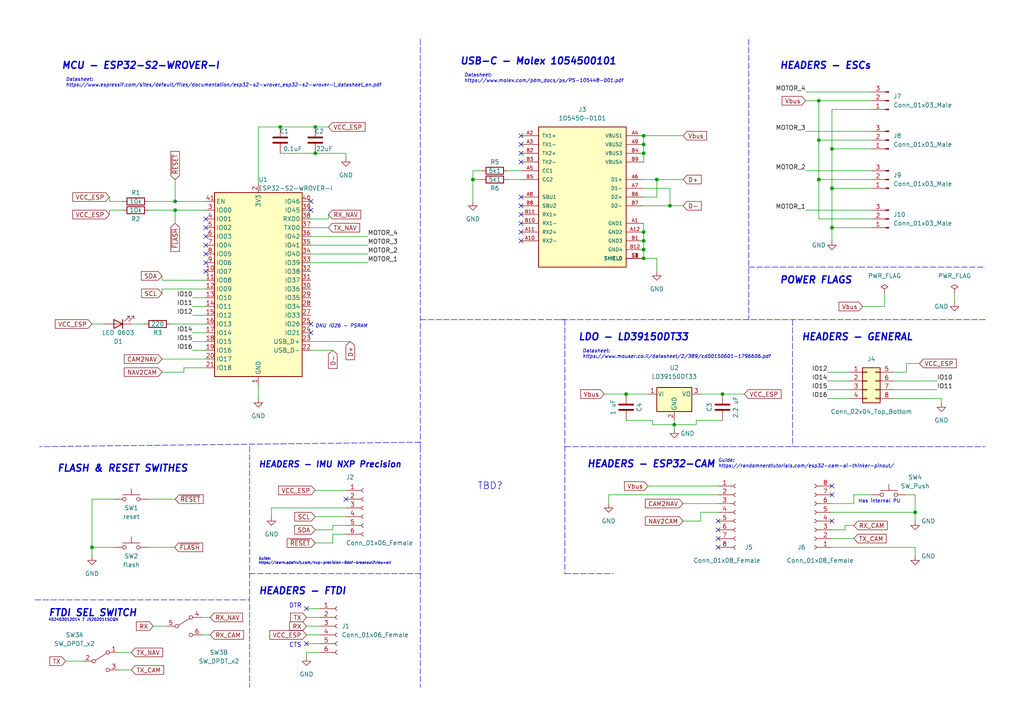
<source format=kicad_sch>
(kicad_sch (version 20211123) (generator eeschema)
  (paper "A4")
  (title_block (title "ReyaFC") (date "2022-03-24") (rev "Mk-I") (company "Nadav Ram"))
  (lib_symbols
    (symbol "105450-0101:105450-0101" (pin_names (offset 1.016))
      (property "Reference" "J" (at -12.7254 20.8534 0))
      (property "Value" "105450-0101" (at -12.7254 -22.9108 0))
      (symbol "105450-0101_0_0"
        (rectangle (start -12.7 -20.32) (end 12.7 20.32) (stroke (width 0.254)) (fill (type background)))
        (pin passive line (at 17.78 -7.62 180) (length 5.08) (name "GND1") (number "A1"))
        (pin passive line (at -17.78 -12.7 0) (length 5.08) (name "RX2-") (number "A10"))
        (pin passive line (at -17.78 -10.16 0) (length 5.08) (name "RX2+") (number "A11"))
        (pin passive line (at 17.78 -10.16 180) (length 5.08) (name "GND2") (number "A12"))
        (pin passive line (at -17.78 17.78 0) (length 5.08) (name "TX1+") (number "A2"))
        (pin passive line (at -17.78 15.24 0) (length 5.08) (name "TX1-") (number "A3"))
        (pin passive line (at 17.78 17.78 180) (length 5.08) (name "VBUS1") (number "A4"))
        (pin passive line (at -17.78 7.62 0) (length 5.08) (name "CC1") (number "A5"))
        (pin passive line (at 17.78 5.08 180) (length 5.08) (name "D1+") (number "A6"))
        (pin passive line (at 17.78 2.54 180) (length 5.08) (name "D1-") (number "A7"))
        (pin passive line (at -17.78 0 0) (length 5.08) (name "SBU1") (number "A8"))
        (pin passive line (at 17.78 15.24 180) (length 5.08) (name "VBUS2") (number "A9"))
        (pin passive line (at 17.78 -12.7 180) (length 5.08) (name "GND3") (number "B1"))
        (pin passive line (at -17.78 -7.62 0) (length 5.08) (name "RX1-") (number "B10"))
        (pin passive line (at -17.78 -5.08 0) (length 5.08) (name "RX1+") (number "B11"))
        (pin passive line (at 17.78 -15.24 180) (length 5.08) (name "GND4") (number "B12"))
        (pin passive line (at -17.78 12.7 0) (length 5.08) (name "TX2+") (number "B2"))
        (pin passive line (at -17.78 10.16 0) (length 5.08) (name "TX2-") (number "B3"))
        (pin passive line (at 17.78 12.7 180) (length 5.08) (name "VBUS3") (number "B4"))
        (pin passive line (at -17.78 5.08 0) (length 5.08) (name "CC2") (number "B5"))
        (pin passive line (at 17.78 0 180) (length 5.08) (name "D2+") (number "B6"))
        (pin passive line (at 17.78 -2.54 180) (length 5.08) (name "D2-") (number "B7"))
        (pin passive line (at -17.78 -2.54 0) (length 5.08) (name "SBU2") (number "B8"))
        (pin passive line (at 17.78 10.16 180) (length 5.08) (name "VBUS4") (number "B9"))
        (pin passive line (at 17.78 -17.78 180) (length 5.08) (name "SHIELD") (number "S1"))
        (pin passive line (at 17.78 -17.78 180) (length 5.08) (name "SHIELD") (number "S2"))
        (pin passive line (at 17.78 -17.78 180) (length 5.08) (name "SHIELD") (number "S3"))
        (pin passive line (at 17.78 -17.78 180) (length 5.08) (name "SHIELD") (number "S4"))
      )
    )
    (symbol "Connector:Conn_01x03_Male" (pin_names (offset 1.016) hide)
      (property "Reference" "J" (at 0 5.08 0))
      (property "Value" "Conn_01x03_Male" (at 0 -5.08 0))
      (symbol "Conn_01x03_Male_1_1"
        (polyline (pts (xy 1.27 -2.54) (xy 0.8636 -2.54)) (stroke (width 0.1524)))
        (polyline (pts (xy 1.27 0) (xy 0.8636 0)) (stroke (width 0.1524)))
        (polyline (pts (xy 1.27 2.54) (xy 0.8636 2.54)) (stroke (width 0.1524)))
        (rectangle (start 0.8636 -2.413) (end 0 -2.667) (stroke (width 0.1524)) (fill (type outline)))
        (rectangle (start 0.8636 0.127) (end 0 -0.127) (stroke (width 0.1524)) (fill (type outline)))
        (rectangle (start 0.8636 2.667) (end 0 2.413) (stroke (width 0.1524)) (fill (type outline)))
        (pin passive line (at 5.08 2.54 180) (length 3.81) (name "Pin_1") (number "1"))
        (pin passive line (at 5.08 0 180) (length 3.81) (name "Pin_2") (number "2"))
        (pin passive line (at 5.08 -2.54 180) (length 3.81) (name "Pin_3") (number "3"))
      )
    )
    (symbol "Connector:Conn_01x06_Female" (pin_names (offset 1.016) hide)
      (property "Reference" "J" (at 0 7.62 0))
      (property "Value" "Conn_01x06_Female" (at 0 -10.16 0))
      (symbol "Conn_01x06_Female_1_1"
        (arc (start 0 -7.112) (mid -0.508 -7.62) (end 0 -8.128) (stroke (width 0.1524)))
        (arc (start 0 -4.572) (mid -0.508 -5.08) (end 0 -5.588) (stroke (width 0.1524)))
        (arc (start 0 -2.032) (mid -0.508 -2.54) (end 0 -3.048) (stroke (width 0.1524)))
        (polyline (pts (xy -1.27 -7.62) (xy -0.508 -7.62)) (stroke (width 0.1524)))
        (polyline (pts (xy -1.27 -5.08) (xy -0.508 -5.08)) (stroke (width 0.1524)))
        (polyline (pts (xy -1.27 -2.54) (xy -0.508 -2.54)) (stroke (width 0.1524)))
        (polyline (pts (xy -1.27 0) (xy -0.508 0)) (stroke (width 0.1524)))
        (polyline (pts (xy -1.27 2.54) (xy -0.508 2.54)) (stroke (width 0.1524)))
        (polyline (pts (xy -1.27 5.08) (xy -0.508 5.08)) (stroke (width 0.1524)))
        (arc (start 0 0.508) (mid -0.508 0) (end 0 -0.508) (stroke (width 0.1524)))
        (arc (start 0 3.048) (mid -0.508 2.54) (end 0 2.032) (stroke (width 0.1524)))
        (arc (start 0 5.588) (mid -0.508 5.08) (end 0 4.572) (stroke (width 0.1524)))
        (pin passive line (at -5.08 5.08 0) (length 3.81) (name "Pin_1") (number "1"))
        (pin passive line (at -5.08 2.54 0) (length 3.81) (name "Pin_2") (number "2"))
        (pin passive line (at -5.08 0 0) (length 3.81) (name "Pin_3") (number "3"))
        (pin passive line (at -5.08 -2.54 0) (length 3.81) (name "Pin_4") (number "4"))
        (pin passive line (at -5.08 -5.08 0) (length 3.81) (name "Pin_5") (number "5"))
        (pin passive line (at -5.08 -7.62 0) (length 3.81) (name "Pin_6") (number "6"))
      )
    )
    (symbol "Connector:Conn_01x08_Female" (pin_names (offset 1.016) hide)
      (property "Reference" "J" (at 0 10.16 0))
      (property "Value" "Conn_01x08_Female" (at 0 -12.7 0))
      (symbol "Conn_01x08_Female_1_1"
        (arc (start 0 -9.652) (mid -0.508 -10.16) (end 0 -10.668) (stroke (width 0.1524)))
        (arc (start 0 -7.112) (mid -0.508 -7.62) (end 0 -8.128) (stroke (width 0.1524)))
        (arc (start 0 -4.572) (mid -0.508 -5.08) (end 0 -5.588) (stroke (width 0.1524)))
        (arc (start 0 -2.032) (mid -0.508 -2.54) (end 0 -3.048) (stroke (width 0.1524)))
        (polyline (pts (xy -1.27 -10.16) (xy -0.508 -10.16)) (stroke (width 0.1524)))
        (polyline (pts (xy -1.27 -7.62) (xy -0.508 -7.62)) (stroke (width 0.1524)))
        (polyline (pts (xy -1.27 -5.08) (xy -0.508 -5.08)) (stroke (width 0.1524)))
        (polyline (pts (xy -1.27 -2.54) (xy -0.508 -2.54)) (stroke (width 0.1524)))
        (polyline (pts (xy -1.27 0) (xy -0.508 0)) (stroke (width 0.1524)))
        (polyline (pts (xy -1.27 2.54) (xy -0.508 2.54)) (stroke (width 0.1524)))
        (polyline (pts (xy -1.27 5.08) (xy -0.508 5.08)) (stroke (width 0.1524)))
        (polyline (pts (xy -1.27 7.62) (xy -0.508 7.62)) (stroke (width 0.1524)))
        (arc (start 0 0.508) (mid -0.508 0) (end 0 -0.508) (stroke (width 0.1524)))
        (arc (start 0 3.048) (mid -0.508 2.54) (end 0 2.032) (stroke (width 0.1524)))
        (arc (start 0 5.588) (mid -0.508 5.08) (end 0 4.572) (stroke (width 0.1524)))
        (arc (start 0 8.128) (mid -0.508 7.62) (end 0 7.112) (stroke (width 0.1524)))
        (pin passive line (at -5.08 7.62 0) (length 3.81) (name "Pin_1") (number "1"))
        (pin passive line (at -5.08 5.08 0) (length 3.81) (name "Pin_2") (number "2"))
        (pin passive line (at -5.08 2.54 0) (length 3.81) (name "Pin_3") (number "3"))
        (pin passive line (at -5.08 0 0) (length 3.81) (name "Pin_4") (number "4"))
        (pin passive line (at -5.08 -2.54 0) (length 3.81) (name "Pin_5") (number "5"))
        (pin passive line (at -5.08 -5.08 0) (length 3.81) (name "Pin_6") (number "6"))
        (pin passive line (at -5.08 -7.62 0) (length 3.81) (name "Pin_7") (number "7"))
        (pin passive line (at -5.08 -10.16 0) (length 3.81) (name "Pin_8") (number "8"))
      )
    )
    (symbol "Connector_Generic:Conn_02x04_Top_Bottom" (pin_names (offset 1.016) hide)
      (property "Reference" "J" (at 1.27 5.08 0))
      (property "Value" "Conn_02x04_Top_Bottom" (at 1.27 -7.62 0))
      (symbol "Conn_02x04_Top_Bottom_1_1"
        (rectangle (start -1.27 -4.953) (end 0 -5.207) (stroke (width 0.1524)))
        (rectangle (start -1.27 -2.413) (end 0 -2.667) (stroke (width 0.1524)))
        (rectangle (start -1.27 0.127) (end 0 -0.127) (stroke (width 0.1524)))
        (rectangle (start -1.27 2.667) (end 0 2.413) (stroke (width 0.1524)))
        (rectangle (start -1.27 3.81) (end 3.81 -6.35) (stroke (width 0.254)) (fill (type background)))
        (rectangle (start 3.81 -4.953) (end 2.54 -5.207) (stroke (width 0.1524)))
        (rectangle (start 3.81 -2.413) (end 2.54 -2.667) (stroke (width 0.1524)))
        (rectangle (start 3.81 0.127) (end 2.54 -0.127) (stroke (width 0.1524)))
        (rectangle (start 3.81 2.667) (end 2.54 2.413) (stroke (width 0.1524)))
        (pin passive line (at -5.08 2.54 0) (length 3.81) (name "Pin_1") (number "1"))
        (pin passive line (at -5.08 0 0) (length 3.81) (name "Pin_2") (number "2"))
        (pin passive line (at -5.08 -2.54 0) (length 3.81) (name "Pin_3") (number "3"))
        (pin passive line (at -5.08 -5.08 0) (length 3.81) (name "Pin_4") (number "4"))
        (pin passive line (at 7.62 2.54 180) (length 3.81) (name "Pin_5") (number "5"))
        (pin passive line (at 7.62 0 180) (length 3.81) (name "Pin_6") (number "6"))
        (pin passive line (at 7.62 -2.54 180) (length 3.81) (name "Pin_7") (number "7"))
        (pin passive line (at 7.62 -5.08 180) (length 3.81) (name "Pin_8") (number "8"))
      )
    )
    (symbol "Device:C" (pin_numbers hide) (pin_names (offset 0.254))
      (property "Reference" "C" (at 0.635 2.54 0))
      (property "Value" "C" (at 0.635 -2.54 0))
      (symbol "C_0_1"
        (polyline (pts (xy -2.032 -0.762) (xy 2.032 -0.762)) (stroke (width 0.508)))
        (polyline (pts (xy -2.032 0.762) (xy 2.032 0.762)) (stroke (width 0.508)))
      )
      (symbol "C_1_1"
        (pin passive line (at 0 3.81 270) (length 2.794) (name "~") (number "1"))
        (pin passive line (at 0 -3.81 90) (length 2.794) (name "~") (number "2"))
      )
    )
    (symbol "Device:LED" (pin_numbers hide) (pin_names (offset 1.016) hide)
      (property "Reference" "D" (at 0 2.54 0))
      (property "Value" "LED" (at 0 -2.54 0))
      (symbol "LED_0_1"
        (polyline (pts (xy -1.27 -1.27) (xy -1.27 1.27)) (stroke (width 0.254)))
        (polyline (pts (xy -1.27 0) (xy 1.27 0)))
        (polyline (pts (xy 1.27 -1.27) (xy 1.27 1.27) (xy -1.27 0) (xy 1.27 -1.27)) (stroke (width 0.254)))
        (polyline (pts (xy -3.048 -0.762) (xy -4.572 -2.286) (xy -3.81 -2.286) (xy -4.572 -2.286) (xy -4.572 -1.524)))
        (polyline (pts (xy -1.778 -0.762) (xy -3.302 -2.286) (xy -2.54 -2.286) (xy -3.302 -2.286) (xy -3.302 -1.524)))
      )
      (symbol "LED_1_1"
        (pin passive line (at -3.81 0 0) (length 2.54) (name "K") (number "1"))
        (pin passive line (at 3.81 0 180) (length 2.54) (name "A") (number "2"))
      )
    )
    (symbol "Device:R" (pin_numbers hide) (pin_names (offset 0))
      (property "Reference" "R" (at 2.032 0 90))
      (property "Value" "R" (at 0 0 90))
      (symbol "R_0_1"
        (rectangle (start -1.016 -2.54) (end 1.016 2.54) (stroke (width 0.254)))
      )
      (symbol "R_1_1"
        (pin passive line (at 0 3.81 270) (length 1.27) (name "~") (number "1"))
        (pin passive line (at 0 -3.81 90) (length 1.27) (name "~") (number "2"))
      )
    )
    (symbol "RF_Module:ESP32-S2-WROVER-I"
      (property "Reference" "U" (at -12.7 29.21 0))
      (property "Value" "ESP32-S2-WROVER-I" (at 2.54 29.21 0))
      (symbol "ESP32-S2-WROVER-I_0_1"
        (rectangle (start -12.7 27.94) (end 12.7 -25.4) (stroke (width 0.254)) (fill (type background)))
      )
      (symbol "ESP32-S2-WROVER-I_1_1"
        (pin power_in line (at 0 -27.94 90) (length 2.54) (name "GND") (number "1"))
        (pin bidirectional line (at -15.24 5.08 0) (length 2.54) (name "IO07") (number "10"))
        (pin bidirectional line (at -15.24 2.54 0) (length 2.54) (name "IO08") (number "11"))
        (pin bidirectional line (at -15.24 0 0) (length 2.54) (name "IO09") (number "12"))
        (pin bidirectional line (at -15.24 -2.54 0) (length 2.54) (name "IO10") (number "13"))
        (pin bidirectional line (at -15.24 -5.08 0) (length 2.54) (name "IO11") (number "14"))
        (pin bidirectional line (at -15.24 -7.62 0) (length 2.54) (name "IO12") (number "15"))
        (pin bidirectional line (at -15.24 -10.16 0) (length 2.54) (name "IO13") (number "16"))
        (pin bidirectional line (at -15.24 -12.7 0) (length 2.54) (name "IO14") (number "17"))
        (pin bidirectional line (at -15.24 -15.24 0) (length 2.54) (name "IO15") (number "18"))
        (pin bidirectional line (at -15.24 -17.78 0) (length 2.54) (name "IO16") (number "19"))
        (pin power_in line (at 0 30.48 270) (length 2.54) (name "3V3") (number "2"))
        (pin bidirectional line (at -15.24 -20.32 0) (length 2.54) (name "IO17") (number "20"))
        (pin bidirectional line (at -15.24 -22.86 0) (length 2.54) (name "IO18") (number "21"))
        (pin bidirectional line (at 15.24 -17.78 180) (length 2.54) (name "USB_D-") (number "22"))
        (pin bidirectional line (at 15.24 -15.24 180) (length 2.54) (name "USB_D+") (number "23"))
        (pin bidirectional line (at 15.24 -12.7 180) (length 2.54) (name "IO21") (number "24"))
        (pin bidirectional line (at 15.24 -10.16 180) (length 2.54) (name "IO26") (number "25"))
        (pin passive line (at 0 -27.94 90) (length 2.54) hide (name "GND") (number "26"))
        (pin bidirectional line (at 15.24 -7.62 180) (length 2.54) (name "IO33") (number "27"))
        (pin bidirectional line (at 15.24 -5.08 180) (length 2.54) (name "IO34") (number "28"))
        (pin bidirectional line (at 15.24 -2.54 180) (length 2.54) (name "IO35") (number "29"))
        (pin bidirectional line (at -15.24 22.86 0) (length 2.54) (name "IO00") (number "3"))
        (pin bidirectional line (at 15.24 0 180) (length 2.54) (name "IO36") (number "30"))
        (pin bidirectional line (at 15.24 2.54 180) (length 2.54) (name "IO37") (number "31"))
        (pin bidirectional line (at 15.24 5.08 180) (length 2.54) (name "IO38") (number "32"))
        (pin bidirectional line (at 15.24 7.62 180) (length 2.54) (name "IO39") (number "33"))
        (pin bidirectional line (at 15.24 10.16 180) (length 2.54) (name "IO40") (number "34"))
        (pin bidirectional line (at 15.24 12.7 180) (length 2.54) (name "IO41") (number "35"))
        (pin bidirectional line (at 15.24 15.24 180) (length 2.54) (name "IO42") (number "36"))
        (pin bidirectional line (at 15.24 17.78 180) (length 2.54) (name "TXD0") (number "37"))
        (pin bidirectional line (at 15.24 20.32 180) (length 2.54) (name "RXD0") (number "38"))
        (pin bidirectional line (at 15.24 22.86 180) (length 2.54) (name "IO45") (number "39"))
        (pin bidirectional line (at -15.24 20.32 0) (length 2.54) (name "IO01") (number "4"))
        (pin input line (at 15.24 25.4 180) (length 2.54) (name "IO46") (number "40"))
        (pin input line (at -15.24 25.4 0) (length 2.54) (name "EN") (number "41"))
        (pin passive line (at 0 -27.94 90) (length 2.54) hide (name "GND") (number "42"))
        (pin passive line (at 0 -27.94 90) (length 2.54) hide (name "GND") (number "43"))
        (pin bidirectional line (at -15.24 17.78 0) (length 2.54) (name "IO02") (number "5"))
        (pin bidirectional line (at -15.24 15.24 0) (length 2.54) (name "IO03") (number "6"))
        (pin bidirectional line (at -15.24 12.7 0) (length 2.54) (name "IO04") (number "7"))
        (pin bidirectional line (at -15.24 10.16 0) (length 2.54) (name "IO05") (number "8"))
        (pin bidirectional line (at -15.24 7.62 0) (length 2.54) (name "IO06") (number "9"))
      )
    )
    (symbol "Regulator_Linear:LD39150DT33" (pin_names (offset 0.254))
      (property "Reference" "U" (at -3.81 3.175 0))
      (property "Value" "LD39150DT33" (at 0 3.175 0))
      (symbol "LD39150DT33_0_1"
        (rectangle (start -5.08 -5.08) (end 5.08 1.905) (stroke (width 0.254)) (fill (type background)))
      )
      (symbol "LD39150DT33_1_1"
        (pin power_in line (at -7.62 0 0) (length 2.54) (name "VI") (number "1"))
        (pin power_in line (at 0 -7.62 90) (length 2.54) (name "GND") (number "2"))
        (pin power_out line (at 7.62 0 180) (length 2.54) (name "VO") (number "3"))
      )
    )
    (symbol "Switch:SW_DPDT_x2" (pin_names (offset 0) hide)
      (property "Reference" "SW" (at 0 4.318 0))
      (property "Value" "SW_DPDT_x2" (at 0 -5.08 0))
      (symbol "SW_DPDT_x2_0_0"
        (circle (center -2.032 0) (radius 0.508))
        (circle (center 2.032 -2.54) (radius 0.508))
      )
      (symbol "SW_DPDT_x2_0_1"
        (polyline (pts (xy -1.524 0.254) (xy 1.651 2.286)))
        (circle (center 2.032 2.54) (radius 0.508))
      )
      (symbol "SW_DPDT_x2_1_1"
        (pin passive line (at 5.08 2.54 180) (length 2.54) (name "A") (number "1"))
        (pin passive line (at -5.08 0 0) (length 2.54) (name "B") (number "2"))
        (pin passive line (at 5.08 -2.54 180) (length 2.54) (name "C") (number "3"))
      )
      (symbol "SW_DPDT_x2_2_1"
        (pin passive line (at 5.08 2.54 180) (length 2.54) (name "A") (number "4"))
        (pin passive line (at -5.08 0 0) (length 2.54) (name "B") (number "5"))
        (pin passive line (at 5.08 -2.54 180) (length 2.54) (name "C") (number "6"))
      )
    )
    (symbol "Switch:SW_Push" (pin_numbers hide) (pin_names (offset 1.016) hide)
      (property "Reference" "SW" (at 1.27 2.54 0))
      (property "Value" "SW_Push" (at 0 -1.524 0))
      (symbol "SW_Push_0_1"
        (circle (center -2.032 0) (radius 0.508))
        (polyline (pts (xy 0 1.27) (xy 0 3.048)))
        (polyline (pts (xy 2.54 1.27) (xy -2.54 1.27)))
        (circle (center 2.032 0) (radius 0.508))
        (pin passive line (at -5.08 0 0) (length 2.54) (name "1") (number "1"))
        (pin passive line (at 5.08 0 180) (length 2.54) (name "2") (number "2"))
      )
    )
    (symbol "power:GND" (power) (pin_names (offset 0))
      (property "Value" "GND" (at 0 -3.81 0))
      (symbol "GND_0_1"
        (polyline (pts (xy 0 0) (xy 0 -1.27) (xy 1.27 -1.27) (xy 0 -2.54) (xy -1.27 -1.27) (xy 0 -1.27)))
      )
      (symbol "GND_1_1"
        (pin power_in line (at 0 0 270) (length 0) hide (name "GND") (number "1"))
      )
    )
    (symbol "power:PWR_FLAG" (power) (pin_numbers hide) (pin_names (offset 0) hide)
      (property "Value" "PWR_FLAG" (at 0 3.81 0))
      (symbol "PWR_FLAG_0_0"
        (pin power_out line (at 0 0 90) (length 0) (name "pwr") (number "1"))
      )
      (symbol "PWR_FLAG_0_1"
        (polyline (pts (xy 0 0) (xy 0 1.27) (xy -1.016 1.905) (xy 0 2.54) (xy 1.016 1.905) (xy 0 1.27)))
      )
    )
  )
  (junction (at 26.67 158.75))
  (junction (at 241.3 43.18))
  (junction (at 195.58 123.19))
  (junction (at 181.61 114.3))
  (junction (at 237.49 29.21))
  (junction (at 186.69 74.93))
  (junction (at 186.69 39.37))
  (junction (at 209.55 114.3))
  (junction (at 50.8 58.42))
  (junction (at 194.31 59.69))
  (junction (at 91.44 36.83))
  (junction (at 186.69 72.39))
  (junction (at 237.49 52.07))
  (junction (at 237.49 40.64))
  (junction (at 186.69 69.85))
  (junction (at 91.44 44.45))
  (junction (at 81.28 36.83))
  (junction (at 186.69 44.45))
  (junction (at 241.3 54.61))
  (junction (at 186.69 67.31))
  (junction (at 190.5 52.07))
  (junction (at 50.8 60.96))
  (junction (at 137.16 52.07))
  (junction (at 186.69 41.91))
  (junction (at 241.3 66.04))
  (junction (at 265.43 148.59))
  (no_connect (at 90.17 96.52))
  (no_connect (at 88.9 176.53))
  (no_connect (at 88.9 186.69))
  (no_connect (at 241.3 143.51))
  (no_connect (at 241.3 140.97))
  (no_connect (at 241.3 151.13))
  (no_connect (at 208.28 151.13))
  (no_connect (at 208.28 153.67))
  (no_connect (at 208.28 156.21))
  (no_connect (at 208.28 158.75))
  (no_connect (at 59.69 63.5))
  (no_connect (at 59.69 66.04))
  (no_connect (at 59.69 78.74))
  (no_connect (at 59.69 68.58))
  (no_connect (at 59.69 71.12))
  (no_connect (at 59.69 76.2))
  (no_connect (at 59.69 73.66))
  (no_connect (at 90.17 58.42))
  (no_connect (at 90.17 60.96))
  (no_connect (at 151.13 62.23))
  (no_connect (at 151.13 67.31))
  (no_connect (at 151.13 64.77))
  (no_connect (at 151.13 69.85))
  (no_connect (at 151.13 57.15))
  (no_connect (at 151.13 59.69))
  (no_connect (at 151.13 46.99))
  (no_connect (at 151.13 39.37))
  (no_connect (at 151.13 41.91))
  (no_connect (at 151.13 44.45))
  (no_connect (at 90.17 93.98))
  (no_connect (at 100.33 144.78))
  (wire (pts (xy 43.18 144.78) (xy 50.8 144.78)))
  (wire (pts (xy 201.93 121.92) (xy 201.93 123.19)))
  (wire (pts (xy 91.44 44.45) (xy 81.28 44.45)))
  (wire (pts (xy 187.96 140.97) (xy 208.28 140.97)))
  (wire (pts (xy 237.49 29.21) (xy 237.49 40.64)))
  (wire (pts (xy 55.88 86.36) (xy 59.69 86.36)))
  (wire (pts (xy 262.89 107.95) (xy 259.08 107.95)))
  (wire (pts (xy 147.32 49.53) (xy 151.13 49.53)))
  (wire (pts (xy 74.93 36.83) (xy 74.93 53.34)))
  (wire (pts (xy 137.16 52.07) (xy 139.7 52.07)))
  (wire (pts (xy 50.8 60.96) (xy 50.8 64.77)))
  (wire (pts (xy 147.32 52.07) (xy 151.13 52.07)))
  (wire (pts (xy 139.7 49.53) (xy 137.16 49.53)))
  (wire (pts (xy 33.02 144.78) (xy 26.67 144.78)))
  (polyline (pts (xy 121.92 92.71) (xy 128.27 92.71)))
  (wire (pts (xy 241.3 146.05) (xy 247.65 146.05)))
  (wire (pts (xy 88.9 186.69) (xy 92.71 186.69)))
  (wire (pts (xy 55.88 88.9) (xy 59.69 88.9)))
  (wire (pts (xy 241.3 43.18) (xy 241.3 54.61)))
  (wire (pts (xy 237.49 52.07) (xy 252.73 52.07)))
  (wire (pts (xy 276.86 85.09) (xy 276.86 87.63)))
  (polyline (pts (xy 72.39 129.54) (xy 72.39 199.39)))
  (wire (pts (xy 190.5 78.74) (xy 190.5 74.93)))
  (wire (pts (xy 233.68 26.67) (xy 252.73 26.67)))
  (wire (pts (xy 137.16 49.53) (xy 137.16 52.07)))
  (wire (pts (xy 50.8 60.96) (xy 59.69 60.96)))
  (wire (pts (xy 43.18 58.42) (xy 50.8 58.42)))
  (wire (pts (xy 262.89 143.51) (xy 265.43 143.51)))
  (wire (pts (xy 137.16 52.07) (xy 137.16 58.42)))
  (wire (pts (xy 198.12 151.13) (xy 203.2 151.13)))
  (wire (pts (xy 96.52 152.4) (xy 100.33 152.4)))
  (wire (pts (xy 90.17 99.06) (xy 101.6 99.06)))
  (wire (pts (xy 186.69 39.37) (xy 186.69 41.91)))
  (wire (pts (xy 55.88 99.06) (xy 59.69 99.06)))
  (wire (pts (xy 241.3 31.75) (xy 252.73 31.75)))
  (wire (pts (xy 241.3 43.18) (xy 252.73 43.18)))
  (polyline (pts (xy 217.17 11.43) (xy 217.17 92.71)))
  (wire (pts (xy 35.56 58.42) (xy 31.75 58.42)))
  (wire (pts (xy 265.43 158.75) (xy 241.3 158.75)))
  (wire (pts (xy 90.17 68.58) (xy 106.68 68.58)))
  (wire (pts (xy 55.88 101.6) (xy 59.69 101.6)))
  (wire (pts (xy 237.49 52.07) (xy 237.49 63.5)))
  (wire (pts (xy 241.3 66.04) (xy 241.3 69.85)))
  (wire (pts (xy 186.69 69.85) (xy 186.69 72.39)))
  (wire (pts (xy 186.69 41.91) (xy 186.69 44.45)))
  (wire (pts (xy 186.69 39.37) (xy 198.12 39.37)))
  (wire (pts (xy 34.29 194.31) (xy 38.1 194.31)))
  (wire (pts (xy 233.68 29.21) (xy 237.49 29.21)))
  (wire (pts (xy 186.69 44.45) (xy 186.69 46.99)))
  (wire (pts (xy 35.56 60.96) (xy 31.75 60.96)))
  (wire (pts (xy 19.05 191.77) (xy 24.13 191.77)))
  (wire (pts (xy 265.43 151.13) (xy 265.43 148.59)))
  (wire (pts (xy 247.65 152.4) (xy 245.11 152.4)))
  (polyline (pts (xy 163.83 129.54) (xy 285.75 129.54)))
  (wire (pts (xy 190.5 52.07) (xy 190.5 57.15)))
  (wire (pts (xy 186.69 54.61) (xy 194.31 54.61)))
  (wire (pts (xy 186.69 72.39) (xy 186.69 74.93)))
  (wire (pts (xy 233.68 38.1) (xy 252.73 38.1)))
  (wire (pts (xy 181.61 114.3) (xy 187.96 114.3)))
  (wire (pts (xy 49.53 93.98) (xy 59.69 93.98)))
  (wire (pts (xy 209.55 114.3) (xy 215.9 114.3)))
  (wire (pts (xy 262.89 105.41) (xy 262.89 107.95)))
  (wire (pts (xy 240.03 115.57) (xy 246.38 115.57)))
  (wire (pts (xy 198.12 146.05) (xy 208.28 146.05)))
  (wire (pts (xy 90.17 73.66) (xy 106.68 73.66)))
  (wire (pts (xy 43.18 60.96) (xy 50.8 60.96)))
  (wire (pts (xy 90.17 101.6) (xy 96.52 101.6)))
  (polyline (pts (xy 217.17 77.47) (xy 285.75 77.47)))
  (wire (pts (xy 46.99 83.82) (xy 46.99 85.09)))
  (wire (pts (xy 273.05 116.84) (xy 273.05 115.57)))
  (wire (pts (xy 190.5 52.07) (xy 198.12 52.07)))
  (wire (pts (xy 233.68 49.53) (xy 252.73 49.53)))
  (polyline (pts (xy 229.87 92.71) (xy 229.87 129.54)))
  (wire (pts (xy 186.69 64.77) (xy 186.69 67.31)))
  (wire (pts (xy 237.49 29.21) (xy 252.73 29.21)))
  (wire (pts (xy 78.74 147.32) (xy 100.33 147.32)))
  (wire (pts (xy 265.43 161.29) (xy 265.43 158.75)))
  (polyline (pts (xy 163.83 166.37) (xy 177.8 166.37)))
  (wire (pts (xy 31.75 58.42) (xy 31.75 57.15)))
  (wire (pts (xy 90.17 71.12) (xy 106.68 71.12)))
  (wire (pts (xy 26.67 93.98) (xy 30.48 93.98)))
  (wire (pts (xy 34.29 189.23) (xy 38.1 189.23)))
  (wire (pts (xy 240.03 113.03) (xy 246.38 113.03)))
  (wire (pts (xy 31.75 60.96) (xy 31.75 62.23)))
  (wire (pts (xy 195.58 123.19) (xy 195.58 124.46)))
  (wire (pts (xy 240.03 110.49) (xy 246.38 110.49)))
  (wire (pts (xy 259.08 113.03) (xy 271.78 113.03)))
  (wire (pts (xy 189.23 123.19) (xy 195.58 123.19)))
  (wire (pts (xy 44.45 181.61) (xy 48.26 181.61)))
  (wire (pts (xy 241.3 153.67) (xy 245.11 153.67)))
  (wire (pts (xy 100.33 45.72) (xy 100.33 44.45)))
  (wire (pts (xy 250.19 88.9) (xy 256.54 88.9)))
  (wire (pts (xy 201.93 123.19) (xy 195.58 123.19)))
  (polyline (pts (xy 10.16 173.99) (xy 72.39 173.99)))
  (wire (pts (xy 46.99 81.28) (xy 59.69 81.28)))
  (wire (pts (xy 237.49 40.64) (xy 237.49 52.07)))
  (wire (pts (xy 175.26 114.3) (xy 181.61 114.3)))
  (wire (pts (xy 203.2 148.59) (xy 208.28 148.59)))
  (polyline (pts (xy 121.92 11.43) (xy 121.92 129.54)))
  (wire (pts (xy 53.34 107.95) (xy 53.34 106.68)))
  (wire (pts (xy 241.3 54.61) (xy 241.3 66.04)))
  (wire (pts (xy 53.34 106.68) (xy 59.69 106.68)))
  (wire (pts (xy 186.69 74.93) (xy 190.5 74.93)))
  (wire (pts (xy 88.9 184.15) (xy 92.71 184.15)))
  (wire (pts (xy 245.11 152.4) (xy 245.11 153.67)))
  (wire (pts (xy 58.42 184.15) (xy 60.96 184.15)))
  (wire (pts (xy 91.44 153.67) (xy 96.52 153.67)))
  (wire (pts (xy 266.7 105.41) (xy 262.89 105.41)))
  (wire (pts (xy 181.61 121.92) (xy 189.23 121.92)))
  (wire (pts (xy 88.9 190.5) (xy 88.9 189.23)))
  (wire (pts (xy 90.17 63.5) (xy 95.25 63.5)))
  (wire (pts (xy 88.9 176.53) (xy 92.71 176.53)))
  (wire (pts (xy 186.69 67.31) (xy 186.69 69.85)))
  (wire (pts (xy 256.54 85.09) (xy 256.54 88.9)))
  (wire (pts (xy 247.65 143.51) (xy 252.73 143.51)))
  (polyline (pts (xy 162.56 92.71) (xy 163.83 92.71)))
  (wire (pts (xy 95.25 36.83) (xy 91.44 36.83)))
  (wire (pts (xy 91.44 36.83) (xy 81.28 36.83)))
  (wire (pts (xy 189.23 121.92) (xy 189.23 123.19)))
  (wire (pts (xy 247.65 146.05) (xy 247.65 143.51)))
  (polyline (pts (xy 121.92 129.54) (xy 121.92 166.37)))
  (wire (pts (xy 186.69 52.07) (xy 190.5 52.07)))
  (wire (pts (xy 240.03 107.95) (xy 246.38 107.95)))
  (wire (pts (xy 233.68 60.96) (xy 252.73 60.96)))
  (wire (pts (xy 26.67 158.75) (xy 26.67 161.29)))
  (wire (pts (xy 203.2 151.13) (xy 203.2 148.59)))
  (wire (pts (xy 50.8 58.42) (xy 59.69 58.42)))
  (wire (pts (xy 259.08 110.49) (xy 271.78 110.49)))
  (wire (pts (xy 265.43 148.59) (xy 241.3 148.59)))
  (wire (pts (xy 176.53 143.51) (xy 176.53 146.05)))
  (wire (pts (xy 81.28 36.83) (xy 74.93 36.83)))
  (wire (pts (xy 194.31 59.69) (xy 198.12 59.69)))
  (wire (pts (xy 88.9 181.61) (xy 92.71 181.61)))
  (wire (pts (xy 176.53 143.51) (xy 208.28 143.51)))
  (wire (pts (xy 186.69 57.15) (xy 190.5 57.15)))
  (wire (pts (xy 90.17 66.04) (xy 95.25 66.04)))
  (wire (pts (xy 50.8 52.07) (xy 50.8 58.42)))
  (wire (pts (xy 203.2 114.3) (xy 209.55 114.3)))
  (wire (pts (xy 96.52 157.48) (xy 96.52 154.94)))
  (wire (pts (xy 46.99 80.01) (xy 46.99 81.28)))
  (wire (pts (xy 55.88 91.44) (xy 59.69 91.44)))
  (wire (pts (xy 43.18 158.75) (xy 50.8 158.75)))
  (polyline (pts (xy 121.92 166.37) (xy 121.92 199.39)))
  (wire (pts (xy 96.52 153.67) (xy 96.52 152.4)))
  (wire (pts (xy 95.25 62.23) (xy 95.25 63.5)))
  (wire (pts (xy 209.55 121.92) (xy 201.93 121.92)))
  (wire (pts (xy 241.3 156.21) (xy 247.65 156.21)))
  (wire (pts (xy 194.31 54.61) (xy 194.31 59.69)))
  (wire (pts (xy 26.67 158.75) (xy 33.02 158.75)))
  (wire (pts (xy 46.99 107.95) (xy 53.34 107.95)))
  (wire (pts (xy 38.1 93.98) (xy 41.91 93.98)))
  (wire (pts (xy 241.3 54.61) (xy 252.73 54.61)))
  (wire (pts (xy 252.73 40.64) (xy 237.49 40.64)))
  (wire (pts (xy 26.67 144.78) (xy 26.67 158.75)))
  (wire (pts (xy 91.44 157.48) (xy 96.52 157.48)))
  (wire (pts (xy 186.69 59.69) (xy 194.31 59.69)))
  (polyline (pts (xy 285.75 92.71) (xy 128.27 92.71)))
  (wire (pts (xy 96.52 154.94) (xy 100.33 154.94)))
  (wire (pts (xy 252.73 63.5) (xy 237.49 63.5)))
  (wire (pts (xy 58.42 179.07) (xy 60.96 179.07)))
  (wire (pts (xy 46.99 83.82) (xy 59.69 83.82)))
  (wire (pts (xy 259.08 115.57) (xy 273.05 115.57)))
  (wire (pts (xy 100.33 44.45) (xy 91.44 44.45)))
  (polyline (pts (xy 72.39 166.37) (xy 121.92 166.37)))
  (wire (pts (xy 88.9 179.07) (xy 92.71 179.07)))
  (wire (pts (xy 78.74 147.32) (xy 78.74 149.86)))
  (wire (pts (xy 195.58 121.92) (xy 195.58 123.19)))
  (wire (pts (xy 88.9 189.23) (xy 92.71 189.23)))
  (wire (pts (xy 74.93 111.76) (xy 74.93 115.57)))
  (wire (pts (xy 91.44 142.24) (xy 100.33 142.24)))
  (wire (pts (xy 265.43 143.51) (xy 265.43 148.59)))
  (wire (pts (xy 241.3 31.75) (xy 241.3 43.18)))
  (polyline (pts (xy 121.92 128.27) (xy 11.43 129.54)))
  (wire (pts (xy 241.3 66.04) (xy 252.73 66.04)))
  (wire (pts (xy 91.44 149.86) (xy 100.33 149.86)))
  (polyline (pts (xy 163.83 92.71) (xy 163.83 166.37)))
  (wire (pts (xy 46.99 104.14) (xy 59.69 104.14)))
  (wire (pts (xy 90.17 76.2) (xy 106.68 76.2)))
  (wire (pts (xy 55.88 96.52) (xy 59.69 96.52)))
  (text "FTDI SEL SWITCH\n" (at 13.97 179.07 0) (effects (font (size 2 2) bold italic) (justify left bottom)))
  (text "FLASH & RESET SWITHES\n" (at 16.51 137.16 0) (effects (font (size 2 2) bold italic) (justify left bottom)))
  (text "DTR\n" (at 83.82 176.53 0) (effects (font (size 1.27 1.27)) (justify left bottom)))
  (text "Guide:\nhttps://randomnerdtutorials.com/esp32-cam-ai-thinker-pinout/" (at 208.28 135.89 0) (effects (font (size 1 1) italic) (justify left bottom)))
  (text "USB-C - Molex 1054500101" (at 133.35 19.05 0) (effects (font (size 2 2) bold italic) (justify left bottom)))
  (text "Has internal PU \n" (at 248.92 146.05 0) (effects (font (size 1 1)) (justify left bottom)))
  (text "HEADERS - FTDI\n" (at 74.93 172.72 0) (effects (font (size 2 2) bold italic) (justify left bottom)))
  (text "452403012014 ? JS202011SCQN" (at 13.97 180.34 0) (effects (font (size 0.8 0.8)) (justify left bottom)))
  (text "Guide:\nhttps://learn.adafruit.com/nxp-precision-9dof-breakout?view=all" (at 74.93 163.83 0) (effects (font (size 0.75 0.75) italic) (justify left bottom)))
  (text "CTS\n" (at 83.82 187.96 0) (effects (font (size 1.27 1.27)) (justify left bottom)))
  (text "HEADERS - ESCs" (at 226.06 20.32 0) (effects (font (size 2 2) bold italic) (justify left bottom)))
  (text "POWER FLAGS" (at 226.06 82.55 0) (effects (font (size 2 2) bold italic) (justify left bottom)))
  (text "Datasheet:\nhttps://www.mouser.co.il/datasheet/2/389/cd00150601-1796606.pdf" (at 168.91 104.14 0) (effects (font (size 1 1) italic) (justify left bottom)))
  (text "MCU - ESP32-S2-WROVER-I" (at 17.78 20.32 0) (effects (font (size 2 2) bold italic) (justify left bottom)))
  (text "Datasheet:\nhttps://www.molex.com/pdm_docs/ps/PS-105448-001.pdf" (at 134.62 24.13 0) (effects (font (size 1 1) italic) (justify left bottom)))
  (text "HEADERS - ESP32-CAM\n" (at 170.18 135.89 0) (effects (font (size 2 2) bold italic) (justify left bottom)))
  (text "LDO - LD39150DT33" (at 167.64 99.06 0) (effects (font (size 2 2) bold italic) (justify left bottom)))
  (text "TBD?" (at 138.43 142.24 0) (effects (font (size 2 2)) (justify left bottom)))
  (text "HEADERS - IMU NXP Precision\n" (at 74.93 135.89 0) (effects (font (size 1.75 1.75) bold italic) (justify left bottom)))
  (text "HEADERS - GENERAL" (at 232.41 99.06 0) (effects (font (size 2 2) bold italic) (justify left bottom)))
  (text "DNU IO26 - PSRAM\n" (at 91.44 95.25 0) (effects (font (size 1 1) italic) (justify left bottom)))
  (text "Datasheet:\nhttps://www.espressif.com/sites/default/files/documentation/esp32-s2-wrover_esp32-s2-wrover-i_datasheet_en.pdf" (at 19.05 25.4 0) (effects (font (size 1 1) italic) (justify left bottom)))
  (label "MOTOR_4" (at 233.68 26.67 180))
  (label "IO12" (at 55.88 91.44 180))
  (label "MOTOR_2" (at 233.68 49.53 180))
  (label "IO11" (at 271.78 113.03 0))
  (label "MOTOR_3" (at 233.68 38.1 180))
  (label "MOTOR_1" (at 233.68 60.96 180))
  (label "IO14" (at 55.88 96.52 180))
  (label "IO14" (at 240.03 110.49 180))
  (label "IO16" (at 55.88 101.6 180))
  (label "MOTOR_3" (at 106.68 71.12 0))
  (label "MOTOR_1" (at 106.68 76.2 0))
  (label "MOTOR_4" (at 106.68 68.58 0))
  (label "IO10" (at 271.78 110.49 0))
  (label "IO15" (at 55.88 99.06 180))
  (label "IO11" (at 55.88 88.9 180))
  (label "IO15" (at 240.03 113.03 180))
  (label "MOTOR_2" (at 106.68 73.66 0))
  (label "IO16" (at 240.03 115.57 180))
  (label "IO10" (at 55.88 86.36 180))
  (label "IO12" (at 240.03 107.95 180))
  (global_label "CAM2NAV" (shape input) (at 46.99 104.14 180) (property "Intersheet References" "${INTERSHEET_REFS}" (effects hide)))
  (global_label "Vbus" (shape input) (at 233.68 29.21 180) (property "Intersheet References" "${INTERSHEET_REFS}" (effects hide)))
  (global_label "VCC_ESP" (shape input) (at 31.75 57.15 180) (property "Intersheet References" "${INTERSHEET_REFS}" (effects hide)))
  (global_label "~{RESET}" (shape input) (at 50.8 52.07 90) (property "Intersheet References" "${INTERSHEET_REFS}" (effects hide)))
  (global_label "VCC_ESP" (shape input) (at 266.7 105.41 0) (property "Intersheet References" "${INTERSHEET_REFS}" (effects hide)))
  (global_label "VCC_ESP" (shape input) (at 31.75 62.23 180) (property "Intersheet References" "${INTERSHEET_REFS}" (effects hide)))
  (global_label "CAM2NAV" (shape input) (at 198.12 146.05 180) (property "Intersheet References" "${INTERSHEET_REFS}" (effects hide)))
  (global_label "SDA" (shape input) (at 91.44 153.67 180) (property "Intersheet References" "${INTERSHEET_REFS}" (effects hide)))
  (global_label "NAV2CAM" (shape input) (at 46.99 107.95 180) (property "Intersheet References" "${INTERSHEET_REFS}" (effects hide)))
  (global_label "TX_NAV" (shape input) (at 95.25 66.04 0) (property "Intersheet References" "${INTERSHEET_REFS}" (effects hide)))
  (global_label "RX" (shape input) (at 88.9 181.61 180) (property "Intersheet References" "${INTERSHEET_REFS}" (effects hide)))
  (global_label "TX" (shape input) (at 88.9 179.07 180) (property "Intersheet References" "${INTERSHEET_REFS}" (effects hide)))
  (global_label "VCC_ESP" (shape input) (at 88.9 184.15 180) (property "Intersheet References" "${INTERSHEET_REFS}" (effects hide)))
  (global_label "D+" (shape input) (at 198.12 52.07 0) (property "Intersheet References" "${INTERSHEET_REFS}" (effects hide)))
  (global_label "Vbus" (shape input) (at 187.96 140.97 180) (property "Intersheet References" "${INTERSHEET_REFS}" (effects hide)))
  (global_label "D-" (shape input) (at 96.52 101.6 270) (property "Intersheet References" "${INTERSHEET_REFS}" (effects hide)))
  (global_label "TX" (shape input) (at 19.05 191.77 180) (property "Intersheet References" "${INTERSHEET_REFS}" (effects hide)))
  (global_label "RX_CAM" (shape input) (at 60.96 184.15 0) (property "Intersheet References" "${INTERSHEET_REFS}" (effects hide)))
  (global_label "VCC_ESP" (shape input) (at 215.9 114.3 0) (property "Intersheet References" "${INTERSHEET_REFS}" (effects hide)))
  (global_label "~{FLASH}" (shape input) (at 50.8 64.77 270) (property "Intersheet References" "${INTERSHEET_REFS}" (effects hide)))
  (global_label "~{RESET}" (shape input) (at 91.44 157.48 180) (property "Intersheet References" "${INTERSHEET_REFS}" (effects hide)))
  (global_label "SCL" (shape input) (at 91.44 149.86 180) (property "Intersheet References" "${INTERSHEET_REFS}" (effects hide)))
  (global_label "TX_CAM" (shape input) (at 247.65 156.21 0) (property "Intersheet References" "${INTERSHEET_REFS}" (effects hide)))
  (global_label "~{RESET}" (shape input) (at 50.8 144.78 0) (property "Intersheet References" "${INTERSHEET_REFS}" (effects hide)))
  (global_label "TX_CAM" (shape input) (at 38.1 194.31 0) (property "Intersheet References" "${INTERSHEET_REFS}" (effects hide)))
  (global_label "Vbus" (shape input) (at 250.19 88.9 180) (property "Intersheet References" "${INTERSHEET_REFS}" (effects hide)))
  (global_label "TX_NAV" (shape input) (at 38.1 189.23 0) (property "Intersheet References" "${INTERSHEET_REFS}" (effects hide)))
  (global_label "Vbus" (shape input) (at 198.12 39.37 0) (property "Intersheet References" "${INTERSHEET_REFS}" (effects hide)))
  (global_label "NAV2CAM" (shape input) (at 198.12 151.13 180) (property "Intersheet References" "${INTERSHEET_REFS}" (effects hide)))
  (global_label "RX" (shape input) (at 44.45 181.61 180) (property "Intersheet References" "${INTERSHEET_REFS}" (effects hide)))
  (global_label "D-" (shape input) (at 198.12 59.69 0) (property "Intersheet References" "${INTERSHEET_REFS}" (effects hide)))
  (global_label "VCC_ESP" (shape input) (at 91.44 142.24 180) (property "Intersheet References" "${INTERSHEET_REFS}" (effects hide)))
  (global_label "SCL" (shape input) (at 46.99 85.09 180) (property "Intersheet References" "${INTERSHEET_REFS}" (effects hide)))
  (global_label "Vbus" (shape input) (at 175.26 114.3 180) (property "Intersheet References" "${INTERSHEET_REFS}" (effects hide)))
  (global_label "RX_CAM" (shape input) (at 247.65 152.4 0) (property "Intersheet References" "${INTERSHEET_REFS}" (effects hide)))
  (global_label "RX_NAV" (shape input) (at 95.25 62.23 0) (property "Intersheet References" "${INTERSHEET_REFS}" (effects hide)))
  (global_label "~{FLASH}" (shape input) (at 50.6261 158.75 0) (property "Intersheet References" "${INTERSHEET_REFS}" (effects hide)))
  (global_label "VCC_ESP" (shape input) (at 26.67 93.98 180) (property "Intersheet References" "${INTERSHEET_REFS}" (effects hide)))
  (global_label "VCC_ESP" (shape input) (at 95.25 36.83 0) (property "Intersheet References" "${INTERSHEET_REFS}" (effects hide)))
  (global_label "SDA" (shape input) (at 46.99 80.01 180) (property "Intersheet References" "${INTERSHEET_REFS}" (effects hide)))
  (global_label "D+" (shape input) (at 101.6 99.06 270) (property "Intersheet References" "${INTERSHEET_REFS}" (effects hide)))
  (global_label "RX_NAV" (shape input) (at 60.96 179.07 0) (property "Intersheet References" "${INTERSHEET_REFS}" (effects hide)))
  (symbol (lib_id "Device:C") (at 91.44 40.64 0) (mirror y) (unit 1)
    (property "Reference" "C2" (at 93.98 38.1 0) (effects (justify left)))
    (property "Value" "22uF" (at 96.52 43.18 0) (effects (justify left)))
  )
  (symbol (lib_id "power:GND") (at 100.33 45.72 0) (mirror y) (unit 1)
    (property "Reference" "#PWR05" (effects hide))
    (property "Value" "GND" (at 100.33 50.8 0))
  )
  (symbol (lib_id "Switch:SW_Push") (at 38.1 144.78 0) (unit 1)
    (property "Reference" "SW1" (at 38.1 147.32 0))
    (property "Value" "reset" (at 38.1 149.86 0))
  )
  (symbol (lib_id "Connector:Conn_01x03_Male") (at 257.81 63.5 180) (unit 1)
    (property "Reference" "J10" (at 259.08 62.2299 0) (effects (justify right)))
    (property "Value" "Conn_01x03_Male" (at 259.08 64.7699 0) (effects (justify right)))
  )
  (symbol (lib_id "power:GND") (at 78.74 149.86 0) (unit 1)
    (property "Reference" "#PWR03" (effects hide))
    (property "Value" "GND" (at 78.74 154.94 0))
  )
  (symbol (lib_id "Device:R") (at 45.72 93.98 270) (unit 1)
    (property "Reference" "R3" (at 45.72 96.52 90))
    (property "Value" "220" (at 45.72 93.98 90))
  )
  (symbol (lib_id "Switch:SW_Push") (at 257.81 143.51 0) (unit 1)
    (property "Reference" "SW4" (at 265.43 138.43 0))
    (property "Value" "SW_Push" (at 265.43 140.97 0))
  )
  (symbol (lib_id "power:PWR_FLAG") (at 256.54 85.09 0) (unit 1)
    (property "Reference" "#FLG02" (effects hide))
    (property "Value" "PWR_FLAG" (at 256.54 80.01 0))
  )
  (symbol (lib_id "Connector_Generic:Conn_02x04_Top_Bottom") (at 251.46 110.49 0) (unit 1)
    (property "Reference" "J4" (at 252.73 104.14 0))
    (property "Value" "Conn_02x04_Top_Bottom" (at 252.73 119.38 0))
  )
  (symbol (lib_id "105450-0101:105450-0101") (at 168.91 57.15 0) (unit 1)
    (property "Reference" "J3" (at 168.91 31.75 0))
    (property "Value" "105450-0101" (at 168.91 34.29 0))
    (property "Footprint" "MOLEX_105450-0101" (effects hide))
  )
  (symbol (lib_id "Connector:Conn_01x08_Female") (at 213.36 148.59 0) (unit 1)
    (property "Reference" "J5" (at 217.17 158.75 0))
    (property "Value" "Conn_01x08_Female" (at 210.82 162.56 0))
  )
  (symbol (lib_id "power:GND") (at 241.3 69.85 0) (unit 1)
    (property "Reference" "#PWR014" (effects hide))
    (property "Value" "GND" (at 237.49 71.12 0))
  )
  (symbol (lib_id "Regulator_Linear:LD39150DT33") (at 195.58 114.3 0) (unit 1)
    (property "Reference" "U2" (at 195.58 106.68 0))
    (property "Value" "LD39150DT33" (at 195.58 109.22 0))
    (property "Footprint" "Package_TO_SOT_SMD:TO-252-3_TabPin2" (effects hide))
    (property "Datasheet" "https://www.st.com/resource/en/datasheet/ld39150.pdf" (effects hide))
  )
  (symbol (lib_id "power:GND") (at 195.58 124.46 0) (unit 1)
    (property "Reference" "#PWR07" (effects hide))
    (property "Value" "GND" (at 199.39 125.73 0))
  )
  (symbol (lib_id "RF_Module:ESP32-S2-WROVER-I") (at 74.93 83.82 0) (unit 1)
    (property "Reference" "U1" (at 74.93 52.07 0) (effects (justify left)))
    (property "Value" "ESP32-S2-WROVER-I" (at 74.93 54.61 0) (effects (justify left)))
    (property "Footprint" "RF_Module:ESP32-S2-WROVER" (effects hide))
    (property "Datasheet" "https://www.espressif.com/sites/default/files/documentation/esp32-s2-wroom_esp32-s2-wroom-i_datasheet_en.pdf" (effects hide))
  )
  (symbol (lib_id "Device:C") (at 209.55 118.11 180) (unit 1)
    (property "Reference" "C3" (at 205.74 118.11 90))
    (property "Value" "2.2 uF" (at 213.36 118.11 90))
  )
  (symbol (lib_id "Connector:Conn_01x03_Male") (at 257.81 29.21 180) (unit 1)
    (property "Reference" "J7" (at 259.08 27.9399 0) (effects (justify right)))
    (property "Value" "Conn_01x03_Male" (at 259.08 30.4799 0) (effects (justify right)))
  )
  (symbol (lib_id "Connector:Conn_01x03_Male") (at 257.81 40.64 180) (unit 1)
    (property "Reference" "J8" (at 259.08 39.3699 0) (effects (justify right)))
    (property "Value" "Conn_01x03_Male" (at 259.08 41.9099 0) (effects (justify right)))
  )
  (symbol (lib_id "power:GND") (at 137.16 58.42 0) (unit 1)
    (property "Reference" "#PWR08" (effects hide))
    (property "Value" "GND" (at 137.16 63.5 0))
  )
  (symbol (lib_id "Connector:Conn_01x06_Female") (at 105.41 147.32 0) (unit 1)
    (property "Reference" "J2" (at 100.33 138.43 0) (effects (justify left)))
    (property "Value" "Conn_01x06_Female" (at 100.33 157.48 0) (effects (justify left)))
  )
  (symbol (lib_id "Device:R") (at 143.51 52.07 270) (unit 1)
    (property "Reference" "R6" (at 143.51 54.61 90))
    (property "Value" "5k1" (at 143.51 52.07 90))
  )
  (symbol (lib_id "power:GND") (at 176.53 146.05 0) (unit 1)
    (property "Reference" "#PWR011" (effects hide))
    (property "Value" "GND" (at 176.53 151.13 0))
  )
  (symbol (lib_id "Connector:Conn_01x08_Female") (at 236.22 151.13 180) (unit 1)
    (property "Reference" "J6" (at 233.68 158.75 0) (effects (justify left)))
    (property "Value" "Conn_01x08_Female" (at 247.65 162.56 0) (effects (justify left)))
  )
  (symbol (lib_id "Switch:SW_Push") (at 38.1 158.75 0) (unit 1)
    (property "Reference" "SW2" (at 38.1 161.29 0))
    (property "Value" "flash" (at 38.1 163.83 0))
  )
  (symbol (lib_id "power:GND") (at 190.5 78.74 0) (unit 1)
    (property "Reference" "#PWR09" (effects hide))
    (property "Value" "GND" (at 190.5 83.82 0))
  )
  (symbol (lib_id "power:GND") (at 265.43 151.13 0) (unit 1)
    (property "Reference" "#PWR012" (effects hide))
    (property "Value" "GND" (at 269.24 151.13 0))
  )
  (symbol (lib_id "Device:C") (at 81.28 40.64 0) (mirror y) (unit 1)
    (property "Reference" "C1" (at 83.82 38.1 0) (effects (justify left)))
    (property "Value" "0.1uF" (at 87.63 43.18 0) (effects (justify left)))
  )
  (symbol (lib_id "power:PWR_FLAG") (at 276.86 85.09 0) (unit 1)
    (property "Reference" "#FLG03" (effects hide))
    (property "Value" "PWR_FLAG" (at 276.86 80.01 0))
  )
  (symbol (lib_id "Connector:Conn_01x03_Male") (at 257.81 52.07 180) (unit 1)
    (property "Reference" "J9" (at 259.08 50.7999 0) (effects (justify right)))
    (property "Value" "Conn_01x03_Male" (at 259.08 53.3399 0) (effects (justify right)))
  )
  (symbol (lib_id "Device:LED") (at 34.29 93.98 180) (unit 1)
    (property "Reference" "D1" (at 34.29 99.06 0))
    (property "Value" "LED 0603" (at 34.29 96.52 0))
  )
  (symbol (lib_id "power:GND") (at 26.67 161.29 0) (unit 1)
    (property "Reference" "#PWR01" (effects hide))
    (property "Value" "GND" (at 26.67 166.37 0))
  )
  (symbol (lib_id "power:GND") (at 273.05 116.84 0) (unit 1)
    (property "Reference" "#PWR010" (effects hide))
    (property "Value" "GND" (at 273.05 121.92 0))
  )
  (symbol (lib_id "power:GND") (at 88.9 190.5 0) (unit 1)
    (property "Reference" "#PWR04" (effects hide))
    (property "Value" "GND" (at 88.9 195.58 0))
  )
  (symbol (lib_id "power:GND") (at 265.43 161.29 0) (unit 1)
    (property "Reference" "#PWR013" (effects hide))
    (property "Value" "GND" (at 269.24 161.29 0))
  )
  (symbol (lib_id "Device:C") (at 181.61 118.11 0) (unit 1)
    (property "Reference" "C4" (at 185.42 118.11 90))
    (property "Value" "1 uF" (at 177.8 118.11 90))
  )
  (symbol (lib_id "Device:R") (at 143.51 49.53 90) (unit 1)
    (property "Reference" "R5" (at 143.51 46.99 90))
    (property "Value" "5k1" (at 143.51 49.53 90))
  )
  (symbol (lib_id "Switch:SW_DPDT_x2") (at 53.34 181.61 0) (unit 2)
    (property "Reference" "SW3" (at 63.5 189.23 0))
    (property "Value" "SW_DPDT_x2" (at 63.5 191.77 0))
  )
  (symbol (lib_id "Connector:Conn_01x06_Female") (at 97.79 181.61 0) (unit 1)
    (property "Reference" "J1" (at 99.06 181.6099 0) (effects (justify left)))
    (property "Value" "Conn_01x06_Female" (at 99.06 184.1499 0) (effects (justify left)))
  )
  (symbol (lib_id "Device:R") (at 39.37 58.42 90) (unit 1)
    (property "Reference" "R1" (at 39.37 55.88 90))
    (property "Value" "10k" (at 39.37 58.42 90))
  )
  (symbol (lib_id "power:GND") (at 74.93 115.57 0) (unit 1)
    (property "Reference" "#PWR02" (effects hide))
    (property "Value" "GND" (at 74.93 120.65 0))
  )
  (symbol (lib_id "Switch:SW_DPDT_x2") (at 29.21 191.77 0) (unit 1)
    (property "Reference" "SW3" (at 21.59 184.15 0))
    (property "Value" "SW_DPDT_x2" (at 21.59 186.69 0))
  )
  (symbol (lib_id "Device:R") (at 39.37 60.96 90) (unit 1)
    (property "Reference" "R2" (at 39.37 63.5 90))
    (property "Value" "10k" (at 39.37 60.96 90))
  )
  (symbol (lib_id "power:GND") (at 276.86 87.63 0) (unit 1)
    (property "Reference" "#PWR015" (effects hide))
    (property "Value" "GND" (at 273.05 88.9 0))
  )
)
</source>
